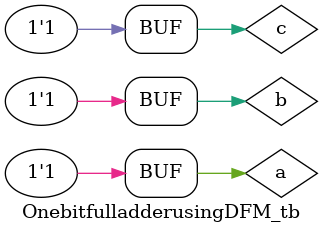
<source format=v>
module OnebitfulladderusingDFM_tb;
  reg a,b,c;
  wire sum,carry;
  
 OnebitfulladderusingDFM Fulladdrer_DFM(sum,carry,a,b,c);
  initial 
  begin
    a=0;
    b=0;
    c=0;
    #10;
    a=0;
    b=0;
    c=1;
    #10;
    a=0;
    b=1;
    c=0;
    #10;
    a=0;
    b=1;
    c=1;
    #10;
    a=1;
    b=0;
    c=0;
    #10; 
    a=1;
    b=0;
    c=1;
    #10; 
    a=1;
    b=1;
    c=0;
    #10;
    a=1;
    b=1;
    c=1;
    #10;
    
  end
  
endmodule 


</source>
